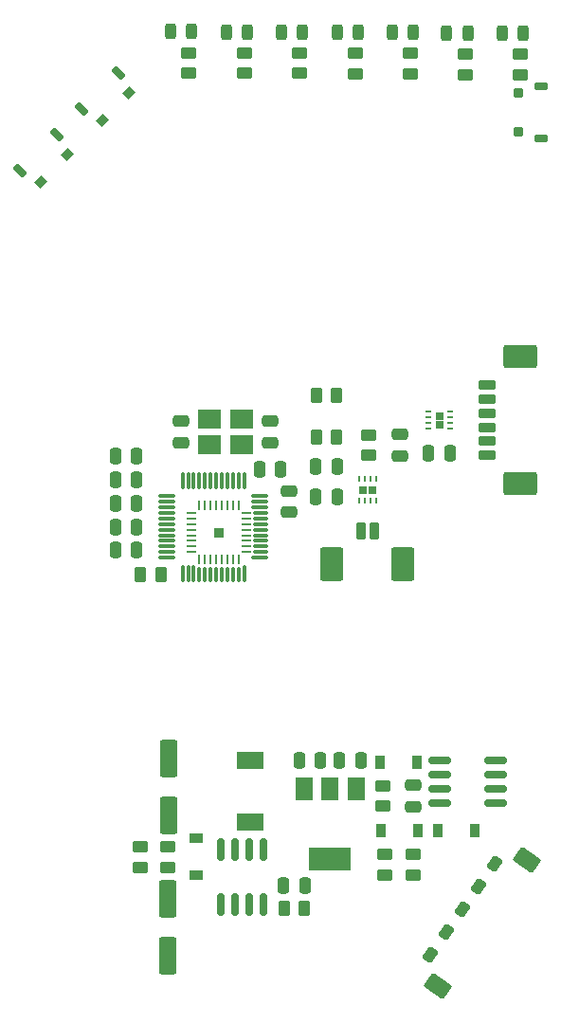
<source format=gbr>
G04 #@! TF.GenerationSoftware,KiCad,Pcbnew,(6.0.1-0)*
G04 #@! TF.CreationDate,2022-10-06T15:49:35-04:00*
G04 #@! TF.ProjectId,mobo,6d6f626f-2e6b-4696-9361-645f70636258,rev?*
G04 #@! TF.SameCoordinates,Original*
G04 #@! TF.FileFunction,Paste,Top*
G04 #@! TF.FilePolarity,Positive*
%FSLAX46Y46*%
G04 Gerber Fmt 4.6, Leading zero omitted, Abs format (unit mm)*
G04 Created by KiCad (PCBNEW (6.0.1-0)) date 2022-10-06 15:49:35*
%MOMM*%
%LPD*%
G01*
G04 APERTURE LIST*
G04 Aperture macros list*
%AMRoundRect*
0 Rectangle with rounded corners*
0 $1 Rounding radius*
0 $2 $3 $4 $5 $6 $7 $8 $9 X,Y pos of 4 corners*
0 Add a 4 corners polygon primitive as box body*
4,1,4,$2,$3,$4,$5,$6,$7,$8,$9,$2,$3,0*
0 Add four circle primitives for the rounded corners*
1,1,$1+$1,$2,$3*
1,1,$1+$1,$4,$5*
1,1,$1+$1,$6,$7*
1,1,$1+$1,$8,$9*
0 Add four rect primitives between the rounded corners*
20,1,$1+$1,$2,$3,$4,$5,0*
20,1,$1+$1,$4,$5,$6,$7,0*
20,1,$1+$1,$6,$7,$8,$9,0*
20,1,$1+$1,$8,$9,$2,$3,0*%
G04 Aperture macros list end*
%ADD10RoundRect,0.250000X-0.262500X-0.450000X0.262500X-0.450000X0.262500X0.450000X-0.262500X0.450000X0*%
%ADD11RoundRect,0.100000X0.300000X-0.350000X0.300000X0.350000X-0.300000X0.350000X-0.300000X-0.350000X0*%
%ADD12RoundRect,0.075000X-0.525000X0.225000X-0.525000X-0.225000X0.525000X-0.225000X0.525000X0.225000X0*%
%ADD13RoundRect,0.250000X-0.450000X0.262500X-0.450000X-0.262500X0.450000X-0.262500X0.450000X0.262500X0*%
%ADD14RoundRect,0.250000X0.450000X-0.262500X0.450000X0.262500X-0.450000X0.262500X-0.450000X-0.262500X0*%
%ADD15RoundRect,0.250000X-0.250000X-0.475000X0.250000X-0.475000X0.250000X0.475000X-0.250000X0.475000X0*%
%ADD16R,0.750000X0.650000*%
%ADD17R,0.500000X0.250000*%
%ADD18R,0.900000X1.200000*%
%ADD19RoundRect,0.075000X-0.075000X0.662500X-0.075000X-0.662500X0.075000X-0.662500X0.075000X0.662500X0*%
%ADD20RoundRect,0.075000X-0.662500X0.075000X-0.662500X-0.075000X0.662500X-0.075000X0.662500X0.075000X0*%
%ADD21RoundRect,0.075000X-0.075000X0.575000X-0.075000X-0.575000X0.075000X-0.575000X0.075000X0.575000X0*%
%ADD22RoundRect,0.075000X-0.575000X0.075000X-0.575000X-0.075000X0.575000X-0.075000X0.575000X0.075000X0*%
%ADD23RoundRect,0.243750X-0.243750X-0.456250X0.243750X-0.456250X0.243750X0.456250X-0.243750X0.456250X0*%
%ADD24R,1.500000X2.000000*%
%ADD25R,3.800000X2.000000*%
%ADD26R,2.100000X1.800000*%
%ADD27RoundRect,0.250000X0.550000X-1.412500X0.550000X1.412500X-0.550000X1.412500X-0.550000X-1.412500X0*%
%ADD28RoundRect,0.250000X-0.550000X1.412500X-0.550000X-1.412500X0.550000X-1.412500X0.550000X1.412500X0*%
%ADD29RoundRect,0.250000X0.475000X-0.250000X0.475000X0.250000X-0.475000X0.250000X-0.475000X-0.250000X0*%
%ADD30RoundRect,0.100000X0.035355X0.459619X-0.459619X-0.035355X-0.035355X-0.459619X0.459619X0.035355X0*%
%ADD31RoundRect,0.075000X0.212132X-0.530330X0.530330X-0.212132X-0.212132X0.530330X-0.530330X0.212132X0*%
%ADD32R,0.650000X0.750000*%
%ADD33R,0.250000X0.500000*%
%ADD34RoundRect,0.200000X0.600000X-0.200000X0.600000X0.200000X-0.600000X0.200000X-0.600000X-0.200000X0*%
%ADD35RoundRect,0.250001X1.249999X-0.799999X1.249999X0.799999X-1.249999X0.799999X-1.249999X-0.799999X0*%
%ADD36RoundRect,0.250000X0.262500X0.450000X-0.262500X0.450000X-0.262500X-0.450000X0.262500X-0.450000X0*%
%ADD37RoundRect,0.200000X-0.200000X-0.600000X0.200000X-0.600000X0.200000X0.600000X-0.200000X0.600000X0*%
%ADD38RoundRect,0.250001X-0.799999X-1.249999X0.799999X-1.249999X0.799999X1.249999X-0.799999X1.249999X0*%
%ADD39RoundRect,0.150000X-0.825000X-0.150000X0.825000X-0.150000X0.825000X0.150000X-0.825000X0.150000X0*%
%ADD40RoundRect,0.250000X0.250000X0.475000X-0.250000X0.475000X-0.250000X-0.475000X0.250000X-0.475000X0*%
%ADD41R,2.400000X1.500000*%
%ADD42RoundRect,0.232500X-0.232500X0.232500X-0.232500X-0.232500X0.232500X-0.232500X0.232500X0.232500X0*%
%ADD43RoundRect,0.062500X-0.062500X0.375000X-0.062500X-0.375000X0.062500X-0.375000X0.062500X0.375000X0*%
%ADD44RoundRect,0.062500X-0.375000X0.062500X-0.375000X-0.062500X0.375000X-0.062500X0.375000X0.062500X0*%
%ADD45RoundRect,0.250000X-0.475000X0.250000X-0.475000X-0.250000X0.475000X-0.250000X0.475000X0.250000X0*%
%ADD46RoundRect,0.250000X-0.024643X-0.471055X0.434219X0.184267X0.024643X0.471055X-0.434219X-0.184267X0*%
%ADD47RoundRect,0.150000X0.413570X-1.022049X1.101862X-0.039067X-0.413570X1.022049X-1.101862X0.039067X0*%
%ADD48RoundRect,0.150000X-0.150000X0.825000X-0.150000X-0.825000X0.150000X-0.825000X0.150000X0.825000X0*%
%ADD49R,1.200000X0.900000*%
G04 APERTURE END LIST*
D10*
X111287500Y-64800000D03*
X113112500Y-64800000D03*
D11*
X129370000Y-37800000D03*
X129370000Y-41200000D03*
D12*
X131370000Y-41800000D03*
X131370000Y-37200000D03*
D13*
X119700000Y-34237500D03*
X119700000Y-36062500D03*
D14*
X95600000Y-106912500D03*
X95600000Y-105087500D03*
D15*
X109800000Y-97350000D03*
X111700000Y-97350000D03*
X93350000Y-70200000D03*
X95250000Y-70200000D03*
D16*
X122300000Y-67400000D03*
X122300000Y-66600000D03*
D17*
X123250000Y-67750000D03*
X123250000Y-67250000D03*
X123250000Y-66750000D03*
X123250000Y-66250000D03*
X121350000Y-66250000D03*
X121350000Y-66750000D03*
X121350000Y-67250000D03*
X121350000Y-67750000D03*
D18*
X125450000Y-103600000D03*
X122150000Y-103600000D03*
D13*
X116000000Y-68287500D03*
X116000000Y-70112500D03*
D18*
X117000000Y-97500000D03*
X120300000Y-97500000D03*
D19*
X104863335Y-72350240D03*
X104363335Y-72350240D03*
X103863335Y-72350240D03*
X103363335Y-72350240D03*
X102863335Y-72350240D03*
X102363335Y-72350240D03*
X101863335Y-72350240D03*
X101363335Y-72350240D03*
X100863335Y-72350240D03*
X100363335Y-72350240D03*
X99863335Y-72350240D03*
X99363335Y-72350240D03*
D20*
X97950835Y-73762740D03*
X97950835Y-74262740D03*
X97950835Y-74762740D03*
X97950835Y-75262740D03*
X97950835Y-75762740D03*
X97950835Y-76262740D03*
X97950835Y-76762740D03*
X97950835Y-77262740D03*
X97950835Y-77762740D03*
X97950835Y-78262740D03*
X97950835Y-78762740D03*
X97950835Y-79262740D03*
D19*
X99363335Y-80675240D03*
X99863335Y-80675240D03*
X100363335Y-80675240D03*
D21*
X100863335Y-80762740D03*
X101363335Y-80762740D03*
X101863335Y-80762740D03*
X102363335Y-80762740D03*
X102863335Y-80762740D03*
X103363335Y-80762740D03*
X103863335Y-80762740D03*
X104363335Y-80762740D03*
D19*
X104863335Y-80675240D03*
D20*
X106275835Y-79262740D03*
D22*
X106365835Y-78762740D03*
X106365835Y-78262740D03*
X106365835Y-77762740D03*
X106365835Y-77262740D03*
X106365835Y-76762740D03*
X106365835Y-76262740D03*
X106365835Y-75762740D03*
X106365835Y-75262740D03*
D20*
X106275835Y-74762740D03*
X106275835Y-74262740D03*
X106275835Y-73762740D03*
D13*
X104900000Y-34187500D03*
X104900000Y-36012500D03*
D23*
X108162500Y-32300000D03*
X110037500Y-32300000D03*
D13*
X99900000Y-34175000D03*
X99900000Y-36000000D03*
D24*
X114850000Y-99900000D03*
D25*
X112550000Y-106200000D03*
D24*
X112550000Y-99900000D03*
X110250000Y-99900000D03*
D26*
X104637740Y-66861905D03*
X101737740Y-66861905D03*
X101737740Y-69161905D03*
X104637740Y-69161905D03*
D15*
X93350000Y-78600000D03*
X95250000Y-78600000D03*
D14*
X98000000Y-106912500D03*
X98000000Y-105087500D03*
D13*
X114800000Y-34237500D03*
X114800000Y-36062500D03*
X129550000Y-34287500D03*
X129550000Y-36112500D03*
D27*
X98000000Y-114837500D03*
X98000000Y-109762500D03*
D28*
X98100000Y-97162500D03*
X98100000Y-102237500D03*
D15*
X111250000Y-73800000D03*
X113150000Y-73800000D03*
D13*
X124600000Y-34287500D03*
X124600000Y-36112500D03*
D29*
X108850000Y-75200000D03*
X108850000Y-73300000D03*
D30*
X92187868Y-40192031D03*
X94592031Y-37787868D03*
D31*
X93602082Y-35949390D03*
X90349390Y-39202082D03*
D15*
X108400000Y-108550000D03*
X110300000Y-108550000D03*
D32*
X115500000Y-73200000D03*
X116300000Y-73200000D03*
D33*
X115150000Y-74150000D03*
X115650000Y-74150000D03*
X116150000Y-74150000D03*
X116650000Y-74150000D03*
X116650000Y-72250000D03*
X116150000Y-72250000D03*
X115650000Y-72250000D03*
X115150000Y-72250000D03*
D13*
X119950000Y-105787500D03*
X119950000Y-107612500D03*
D34*
X126600000Y-70125000D03*
X126600000Y-68875000D03*
X126600000Y-67625000D03*
X126600000Y-66375000D03*
X126600000Y-65125000D03*
X126600000Y-63875000D03*
D35*
X129500000Y-61325000D03*
X129500000Y-72675000D03*
D15*
X113400000Y-97350000D03*
X115300000Y-97350000D03*
X93350000Y-76500000D03*
X95250000Y-76500000D03*
D36*
X113112500Y-68500000D03*
X111287500Y-68500000D03*
D23*
X122962500Y-32400000D03*
X124837500Y-32400000D03*
D15*
X111250000Y-71100000D03*
X113150000Y-71100000D03*
D29*
X120000000Y-101500000D03*
X120000000Y-99600000D03*
D23*
X103262500Y-32300000D03*
X105137500Y-32300000D03*
D37*
X115275000Y-76900000D03*
X116525000Y-76900000D03*
D38*
X119075000Y-79800000D03*
X112725000Y-79800000D03*
D39*
X122375000Y-97345000D03*
X122375000Y-98615000D03*
X122375000Y-99885000D03*
X122375000Y-101155000D03*
X127325000Y-101155000D03*
X127325000Y-99885000D03*
X127325000Y-98615000D03*
X127325000Y-97345000D03*
D13*
X117250000Y-99637500D03*
X117250000Y-101462500D03*
D36*
X97412500Y-80800000D03*
X95587500Y-80800000D03*
D40*
X108150000Y-71400000D03*
X106250000Y-71400000D03*
D13*
X117450000Y-105787500D03*
X117450000Y-107612500D03*
D41*
X105400000Y-102850000D03*
X105400000Y-97350000D03*
D42*
X102613335Y-77012740D03*
D43*
X104363335Y-74575240D03*
X103863335Y-74575240D03*
X103363335Y-74575240D03*
X102863335Y-74575240D03*
X102363335Y-74575240D03*
X101863335Y-74575240D03*
X101363335Y-74575240D03*
X100863335Y-74575240D03*
D44*
X100175835Y-75262740D03*
X100175835Y-75762740D03*
X100175835Y-76262740D03*
X100175835Y-76762740D03*
X100175835Y-77262740D03*
X100175835Y-77762740D03*
X100175835Y-78262740D03*
X100175835Y-78762740D03*
D43*
X100863335Y-79450240D03*
X101363335Y-79450240D03*
X101863335Y-79450240D03*
X102363335Y-79450240D03*
X102863335Y-79450240D03*
X103363335Y-79450240D03*
X103863335Y-79450240D03*
X104363335Y-79450240D03*
D44*
X105050835Y-78762740D03*
X105050835Y-78262740D03*
X105050835Y-77762740D03*
X105050835Y-77262740D03*
X105050835Y-76762740D03*
X105050835Y-76262740D03*
X105050835Y-75762740D03*
X105050835Y-75262740D03*
D15*
X121350000Y-69900000D03*
X123250000Y-69900000D03*
D23*
X98262500Y-32287500D03*
X100137500Y-32287500D03*
D45*
X107187740Y-67061905D03*
X107187740Y-68961905D03*
D23*
X118062500Y-32350000D03*
X119937500Y-32350000D03*
D15*
X93350000Y-74400000D03*
X95250000Y-74400000D03*
D46*
X121522811Y-114762571D03*
X122956752Y-112714691D03*
X124390693Y-110666811D03*
X125824634Y-108618931D03*
X127258575Y-106571051D03*
D47*
X122194192Y-117552149D03*
X130109547Y-106247851D03*
D36*
X110250000Y-110550000D03*
X108425000Y-110550000D03*
D29*
X99187740Y-68961905D03*
X99187740Y-67061905D03*
D15*
X93350000Y-72300000D03*
X95250000Y-72300000D03*
D23*
X113162500Y-32350000D03*
X115037500Y-32350000D03*
D48*
X106605000Y-105325000D03*
X105335000Y-105325000D03*
X104065000Y-105325000D03*
X102795000Y-105325000D03*
X102795000Y-110275000D03*
X104065000Y-110275000D03*
X105335000Y-110275000D03*
X106605000Y-110275000D03*
D30*
X86687868Y-45692031D03*
X89092031Y-43287868D03*
D31*
X88102082Y-41449390D03*
X84849390Y-44702082D03*
D18*
X120350000Y-103600000D03*
X117050000Y-103600000D03*
D23*
X127912500Y-32400000D03*
X129787500Y-32400000D03*
D13*
X109800000Y-34187500D03*
X109800000Y-36012500D03*
D29*
X118800000Y-70150000D03*
X118800000Y-68250000D03*
D49*
X100600000Y-104350000D03*
X100600000Y-107650000D03*
M02*

</source>
